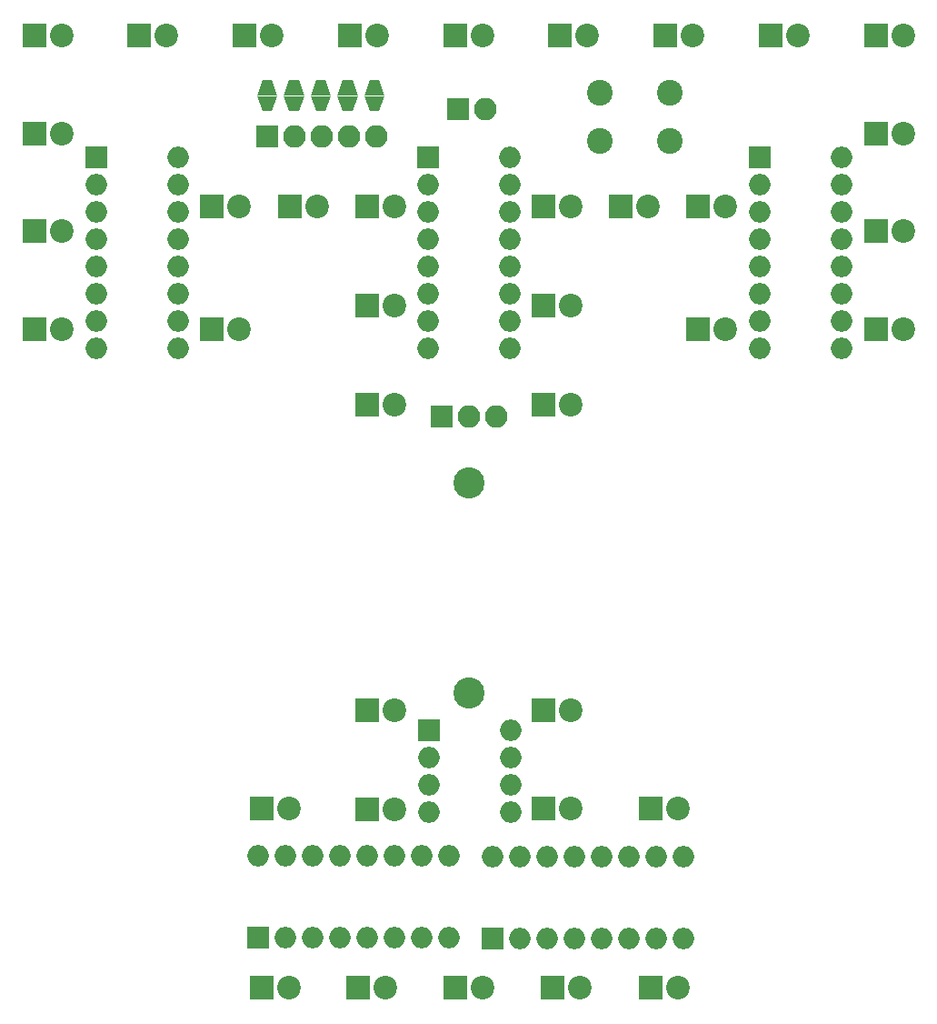
<source format=gbr>
G04 #@! TF.FileFunction,Soldermask,Top*
%FSLAX46Y46*%
G04 Gerber Fmt 4.6, Leading zero omitted, Abs format (unit mm)*
G04 Created by KiCad (PCBNEW 4.0.7) date 08/16/18 21:07:37*
%MOMM*%
%LPD*%
G01*
G04 APERTURE LIST*
%ADD10C,0.100000*%
%ADD11R,2.200000X2.200000*%
%ADD12C,2.200000*%
%ADD13R,2.100000X2.100000*%
%ADD14O,2.100000X2.100000*%
%ADD15R,2.000000X2.000000*%
%ADD16O,2.000000X2.000000*%
%ADD17C,2.400000*%
%ADD18C,2.900000*%
G04 APERTURE END LIST*
D10*
D11*
X130683000Y-85217000D03*
D12*
X133223000Y-85217000D03*
D11*
X130683000Y-76117000D03*
D12*
X133223000Y-76117000D03*
D11*
X130683000Y-67017000D03*
D12*
X133223000Y-67017000D03*
D11*
X130683000Y-57917000D03*
D12*
X133223000Y-57917000D03*
D11*
X150283000Y-57917000D03*
D12*
X152823000Y-57917000D03*
D11*
X160083000Y-57917000D03*
D12*
X162623000Y-57917000D03*
D11*
X169883000Y-57917000D03*
D12*
X172423000Y-57917000D03*
D11*
X179683000Y-57917000D03*
D12*
X182223000Y-57917000D03*
D11*
X189483000Y-57917000D03*
D12*
X192023000Y-57917000D03*
D11*
X199283000Y-57917000D03*
D12*
X201823000Y-57917000D03*
D11*
X209083000Y-57917000D03*
D12*
X211623000Y-57917000D03*
D11*
X209083000Y-76117000D03*
D12*
X211623000Y-76117000D03*
D11*
X209083000Y-85217000D03*
D12*
X211623000Y-85217000D03*
D11*
X192557000Y-85217000D03*
D12*
X195097000Y-85217000D03*
D11*
X192557000Y-73837800D03*
D12*
X195097000Y-73837800D03*
D11*
X185369000Y-73837800D03*
D12*
X187909000Y-73837800D03*
D11*
X178156000Y-73837800D03*
D12*
X180696000Y-73837800D03*
D11*
X178156000Y-83037800D03*
D12*
X180696000Y-83037800D03*
D11*
X178156000Y-120699000D03*
D12*
X180696000Y-120699000D03*
D11*
X178156000Y-129899000D03*
D12*
X180696000Y-129899000D03*
D11*
X188156000Y-129899000D03*
D12*
X190696000Y-129899000D03*
D11*
X188150000Y-146558000D03*
D12*
X190690000Y-146558000D03*
D11*
X178950000Y-146558000D03*
D12*
X181490000Y-146558000D03*
D11*
X169926000Y-146558000D03*
D12*
X172466000Y-146558000D03*
D11*
X160902000Y-146558000D03*
D12*
X163442000Y-146558000D03*
D11*
X151877000Y-129899000D03*
D12*
X154417000Y-129899000D03*
D11*
X161734000Y-129921000D03*
D12*
X164274000Y-129921000D03*
D11*
X161734000Y-120699000D03*
D12*
X164274000Y-120699000D03*
D13*
X168656000Y-93345000D03*
D14*
X171196000Y-93345000D03*
X173736000Y-93345000D03*
D15*
X167450000Y-122618000D03*
D16*
X175070000Y-130238000D03*
X167450000Y-125158000D03*
X175070000Y-127698000D03*
X167450000Y-127698000D03*
X175070000Y-125158000D03*
X167450000Y-130238000D03*
X175070000Y-122618000D03*
D11*
X140483000Y-57917000D03*
D12*
X143023000Y-57917000D03*
D11*
X209083000Y-67017000D03*
D12*
X211623000Y-67017000D03*
D11*
X178156000Y-92237800D03*
D12*
X180696000Y-92237800D03*
D11*
X151877000Y-146558000D03*
D12*
X154417000Y-146558000D03*
D11*
X161734000Y-92237800D03*
D12*
X164274000Y-92237800D03*
D11*
X161734000Y-83037800D03*
D12*
X164274000Y-83037800D03*
D11*
X161734000Y-73837800D03*
D12*
X164274000Y-73837800D03*
D11*
X154496000Y-73850500D03*
D12*
X157036000Y-73850500D03*
D11*
X147256000Y-73850500D03*
D12*
X149796000Y-73850500D03*
D11*
X147256000Y-85217000D03*
D12*
X149796000Y-85217000D03*
D17*
X183388000Y-67746000D03*
X183388000Y-63246000D03*
X189888000Y-67746000D03*
X189888000Y-63246000D03*
D18*
X171196000Y-99569000D03*
X171196000Y-119069000D03*
D10*
G36*
X153350000Y-63550000D02*
X152850000Y-64950000D01*
X151950000Y-64950000D01*
X151450000Y-63550000D01*
X153350000Y-63550000D01*
X153350000Y-63550000D01*
G37*
G36*
X155850000Y-63550000D02*
X155350000Y-64950000D01*
X154450000Y-64950000D01*
X153950000Y-63550000D01*
X155850000Y-63550000D01*
X155850000Y-63550000D01*
G37*
G36*
X158350000Y-63550000D02*
X157850000Y-64950000D01*
X156950000Y-64950000D01*
X156450000Y-63550000D01*
X158350000Y-63550000D01*
X158350000Y-63550000D01*
G37*
G36*
X160850000Y-63550000D02*
X160350000Y-64950000D01*
X159450000Y-64950000D01*
X158950000Y-63550000D01*
X160850000Y-63550000D01*
X160850000Y-63550000D01*
G37*
G36*
X163350000Y-63550000D02*
X162850000Y-64950000D01*
X161950000Y-64950000D01*
X161450000Y-63550000D01*
X163350000Y-63550000D01*
X163350000Y-63550000D01*
G37*
G36*
X161450000Y-63450000D02*
X161950000Y-62050000D01*
X162850000Y-62050000D01*
X163350000Y-63450000D01*
X161450000Y-63450000D01*
X161450000Y-63450000D01*
G37*
G36*
X158950000Y-63450000D02*
X159450000Y-62050000D01*
X160350000Y-62050000D01*
X160850000Y-63450000D01*
X158950000Y-63450000D01*
X158950000Y-63450000D01*
G37*
G36*
X156450000Y-63450000D02*
X156950000Y-62050000D01*
X157850000Y-62050000D01*
X158350000Y-63450000D01*
X156450000Y-63450000D01*
X156450000Y-63450000D01*
G37*
G36*
X153950000Y-63450000D02*
X154450000Y-62050000D01*
X155350000Y-62050000D01*
X155850000Y-63450000D01*
X153950000Y-63450000D01*
X153950000Y-63450000D01*
G37*
G36*
X151450000Y-63450000D02*
X151950000Y-62050000D01*
X152850000Y-62050000D01*
X153350000Y-63450000D01*
X151450000Y-63450000D01*
X151450000Y-63450000D01*
G37*
D13*
X152400000Y-67310000D03*
D14*
X154940000Y-67310000D03*
X157480000Y-67310000D03*
X160020000Y-67310000D03*
X162560000Y-67310000D03*
D13*
X170180000Y-64770000D03*
D14*
X172720000Y-64770000D03*
D15*
X198298000Y-69215000D03*
D16*
X205918000Y-86995000D03*
X198298000Y-71755000D03*
X205918000Y-84455000D03*
X198298000Y-74295000D03*
X205918000Y-81915000D03*
X198298000Y-76835000D03*
X205918000Y-79375000D03*
X198298000Y-79375000D03*
X205918000Y-76835000D03*
X198298000Y-81915000D03*
X205918000Y-74295000D03*
X198298000Y-84455000D03*
X205918000Y-71755000D03*
X198298000Y-86995000D03*
X205918000Y-69215000D03*
D15*
X167373000Y-69215000D03*
D16*
X174993000Y-86995000D03*
X167373000Y-71755000D03*
X174993000Y-84455000D03*
X167373000Y-74295000D03*
X174993000Y-81915000D03*
X167373000Y-76835000D03*
X174993000Y-79375000D03*
X167373000Y-79375000D03*
X174993000Y-76835000D03*
X167373000Y-81915000D03*
X174993000Y-74295000D03*
X167373000Y-84455000D03*
X174993000Y-71755000D03*
X167373000Y-86995000D03*
X174993000Y-69215000D03*
D15*
X136449000Y-69215000D03*
D16*
X144069000Y-86995000D03*
X136449000Y-71755000D03*
X144069000Y-84455000D03*
X136449000Y-74295000D03*
X144069000Y-81915000D03*
X136449000Y-76835000D03*
X144069000Y-79375000D03*
X136449000Y-79375000D03*
X144069000Y-76835000D03*
X136449000Y-81915000D03*
X144069000Y-74295000D03*
X136449000Y-84455000D03*
X144069000Y-71755000D03*
X136449000Y-86995000D03*
X144069000Y-69215000D03*
D15*
X173418000Y-142002000D03*
D16*
X191198000Y-134382000D03*
X175958000Y-142002000D03*
X188658000Y-134382000D03*
X178498000Y-142002000D03*
X186118000Y-134382000D03*
X181038000Y-142002000D03*
X183578000Y-134382000D03*
X183578000Y-142002000D03*
X181038000Y-134382000D03*
X186118000Y-142002000D03*
X178498000Y-134382000D03*
X188658000Y-142002000D03*
X175958000Y-134382000D03*
X191198000Y-142002000D03*
X173418000Y-134382000D03*
D15*
X151511000Y-141922000D03*
D16*
X169291000Y-134302000D03*
X154051000Y-141922000D03*
X166751000Y-134302000D03*
X156591000Y-141922000D03*
X164211000Y-134302000D03*
X159131000Y-141922000D03*
X161671000Y-134302000D03*
X161671000Y-141922000D03*
X159131000Y-134302000D03*
X164211000Y-141922000D03*
X156591000Y-134302000D03*
X166751000Y-141922000D03*
X154051000Y-134302000D03*
X169291000Y-141922000D03*
X151511000Y-134302000D03*
M02*

</source>
